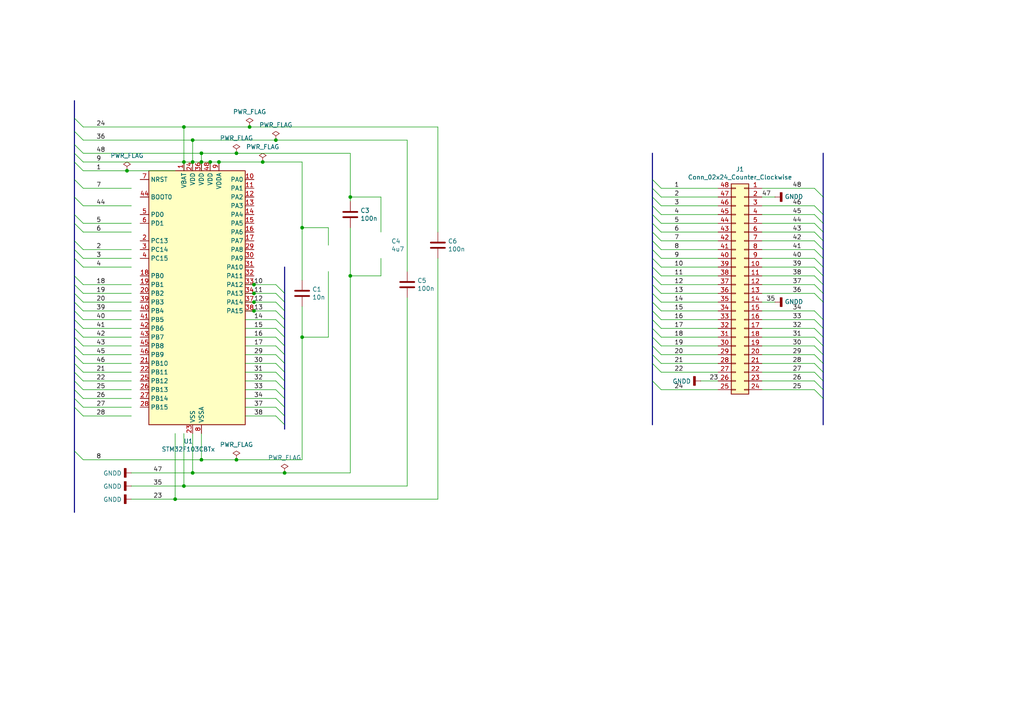
<source format=kicad_sch>
(kicad_sch (version 20231120) (generator "eeschema") (generator_version "8.0")
  (paper "A4")
  (lib_symbols
    (symbol "Connector_Generic:Conn_02x24_Counter_Clockwise" (pin_names (offset 1.016) hide)
      (property "Reference" "J" (at 1.27 30.48 0))
      (property "Value" "Conn_02x24_Counter_Clockwise" (at 1.27 -33.02 0))
      (symbol "Conn_02x24_Counter_Clockwise_1_1"
        (rectangle (start -1.27 -30.353) (end 0 -30.607) (stroke (width 0.1524)))
        (rectangle (start -1.27 -27.813) (end 0 -28.067) (stroke (width 0.1524)))
        (rectangle (start -1.27 -25.273) (end 0 -25.527) (stroke (width 0.1524)))
        (rectangle (start -1.27 -22.733) (end 0 -22.987) (stroke (width 0.1524)))
        (rectangle (start -1.27 -20.193) (end 0 -20.447) (stroke (width 0.1524)))
        (rectangle (start -1.27 -17.653) (end 0 -17.907) (stroke (width 0.1524)))
        (rectangle (start -1.27 -15.113) (end 0 -15.367) (stroke (width 0.1524)))
        (rectangle (start -1.27 -12.573) (end 0 -12.827) (stroke (width 0.1524)))
        (rectangle (start -1.27 -10.033) (end 0 -10.287) (stroke (width 0.1524)))
        (rectangle (start -1.27 -7.493) (end 0 -7.747) (stroke (width 0.1524)))
        (rectangle (start -1.27 -4.953) (end 0 -5.207) (stroke (width 0.1524)))
        (rectangle (start -1.27 -2.413) (end 0 -2.667) (stroke (width 0.1524)))
        (rectangle (start -1.27 0.127) (end 0 -0.127) (stroke (width 0.1524)))
        (rectangle (start -1.27 2.667) (end 0 2.413) (stroke (width 0.1524)))
        (rectangle (start -1.27 5.207) (end 0 4.953) (stroke (width 0.1524)))
        (rectangle (start -1.27 7.747) (end 0 7.493) (stroke (width 0.1524)))
        (rectangle (start -1.27 10.287) (end 0 10.033) (stroke (width 0.1524)))
        (rectangle (start -1.27 12.827) (end 0 12.573) (stroke (width 0.1524)))
        (rectangle (start -1.27 15.367) (end 0 15.113) (stroke (width 0.1524)))
        (rectangle (start -1.27 17.907) (end 0 17.653) (stroke (width 0.1524)))
        (rectangle (start -1.27 20.447) (end 0 20.193) (stroke (width 0.1524)))
        (rectangle (start -1.27 22.987) (end 0 22.733) (stroke (width 0.1524)))
        (rectangle (start -1.27 25.527) (end 0 25.273) (stroke (width 0.1524)))
        (rectangle (start -1.27 28.067) (end 0 27.813) (stroke (width 0.1524)))
        (rectangle (start -1.27 29.21) (end 3.81 -31.75) (stroke (width 0.254)) (fill (type background)))
        (rectangle (start 3.81 -30.353) (end 2.54 -30.607) (stroke (width 0.1524)))
        (rectangle (start 3.81 -27.813) (end 2.54 -28.067) (stroke (width 0.1524)))
        (rectangle (start 3.81 -25.273) (end 2.54 -25.527) (stroke (width 0.1524)))
        (rectangle (start 3.81 -22.733) (end 2.54 -22.987) (stroke (width 0.1524)))
        (rectangle (start 3.81 -20.193) (end 2.54 -20.447) (stroke (width 0.1524)))
        (rectangle (start 3.81 -17.653) (end 2.54 -17.907) (stroke (width 0.1524)))
        (rectangle (start 3.81 -15.113) (end 2.54 -15.367) (stroke (width 0.1524)))
        (rectangle (start 3.81 -12.573) (end 2.54 -12.827) (stroke (width 0.1524)))
        (rectangle (start 3.81 -10.033) (end 2.54 -10.287) (stroke (width 0.1524)))
        (rectangle (start 3.81 -7.493) (end 2.54 -7.747) (stroke (width 0.1524)))
        (rectangle (start 3.81 -4.953) (end 2.54 -5.207) (stroke (width 0.1524)))
        (rectangle (start 3.81 -2.413) (end 2.54 -2.667) (stroke (width 0.1524)))
        (rectangle (start 3.81 0.127) (end 2.54 -0.127) (stroke (width 0.1524)))
        (rectangle (start 3.81 2.667) (end 2.54 2.413) (stroke (width 0.1524)))
        (rectangle (start 3.81 5.207) (end 2.54 4.953) (stroke (width 0.1524)))
        (rectangle (start 3.81 7.747) (end 2.54 7.493) (stroke (width 0.1524)))
        (rectangle (start 3.81 10.287) (end 2.54 10.033) (stroke (width 0.1524)))
        (rectangle (start 3.81 12.827) (end 2.54 12.573) (stroke (width 0.1524)))
        (rectangle (start 3.81 15.367) (end 2.54 15.113) (stroke (width 0.1524)))
        (rectangle (start 3.81 17.907) (end 2.54 17.653) (stroke (width 0.1524)))
        (rectangle (start 3.81 20.447) (end 2.54 20.193) (stroke (width 0.1524)))
        (rectangle (start 3.81 22.987) (end 2.54 22.733) (stroke (width 0.1524)))
        (rectangle (start 3.81 25.527) (end 2.54 25.273) (stroke (width 0.1524)))
        (rectangle (start 3.81 28.067) (end 2.54 27.813) (stroke (width 0.1524)))
        (pin passive line (at -5.08 27.94 0) (length 3.81) (name "Pin_1") (number "1"))
        (pin passive line (at -5.08 5.08 0) (length 3.81) (name "Pin_10") (number "10"))
        (pin passive line (at -5.08 2.54 0) (length 3.81) (name "Pin_11") (number "11"))
        (pin passive line (at -5.08 0 0) (length 3.81) (name "Pin_12") (number "12"))
        (pin passive line (at -5.08 -2.54 0) (length 3.81) (name "Pin_13") (number "13"))
        (pin passive line (at -5.08 -5.08 0) (length 3.81) (name "Pin_14") (number "14"))
        (pin passive line (at -5.08 -7.62 0) (length 3.81) (name "Pin_15") (number "15"))
        (pin passive line (at -5.08 -10.16 0) (length 3.81) (name "Pin_16") (number "16"))
        (pin passive line (at -5.08 -12.7 0) (length 3.81) (name "Pin_17") (number "17"))
        (pin passive line (at -5.08 -15.24 0) (length 3.81) (name "Pin_18") (number "18"))
        (pin passive line (at -5.08 -17.78 0) (length 3.81) (name "Pin_19") (number "19"))
        (pin passive line (at -5.08 25.4 0) (length 3.81) (name "Pin_2") (number "2"))
        (pin passive line (at -5.08 -20.32 0) (length 3.81) (name "Pin_20") (number "20"))
        (pin passive line (at -5.08 -22.86 0) (length 3.81) (name "Pin_21") (number "21"))
        (pin passive line (at -5.08 -25.4 0) (length 3.81) (name "Pin_22") (number "22"))
        (pin passive line (at -5.08 -27.94 0) (length 3.81) (name "Pin_23") (number "23"))
        (pin passive line (at -5.08 -30.48 0) (length 3.81) (name "Pin_24") (number "24"))
        (pin passive line (at 7.62 -30.48 180) (length 3.81) (name "Pin_25") (number "25"))
        (pin passive line (at 7.62 -27.94 180) (length 3.81) (name "Pin_26") (number "26"))
        (pin passive line (at 7.62 -25.4 180) (length 3.81) (name "Pin_27") (number "27"))
        (pin passive line (at 7.62 -22.86 180) (length 3.81) (name "Pin_28") (number "28"))
        (pin passive line (at 7.62 -20.32 180) (length 3.81) (name "Pin_29") (number "29"))
        (pin passive line (at -5.08 22.86 0) (length 3.81) (name "Pin_3") (number "3"))
        (pin passive line (at 7.62 -17.78 180) (length 3.81) (name "Pin_30") (number "30"))
        (pin passive line (at 7.62 -15.24 180) (length 3.81) (name "Pin_31") (number "31"))
        (pin passive line (at 7.62 -12.7 180) (length 3.81) (name "Pin_32") (number "32"))
        (pin passive line (at 7.62 -10.16 180) (length 3.81) (name "Pin_33") (number "33"))
        (pin passive line (at 7.62 -7.62 180) (length 3.81) (name "Pin_34") (number "34"))
        (pin passive line (at 7.62 -5.08 180) (length 3.81) (name "Pin_35") (number "35"))
        (pin passive line (at 7.62 -2.54 180) (length 3.81) (name "Pin_36") (number "36"))
        (pin passive line (at 7.62 0 180) (length 3.81) (name "Pin_37") (number "37"))
        (pin passive line (at 7.62 2.54 180) (length 3.81) (name "Pin_38") (number "38"))
        (pin passive line (at 7.62 5.08 180) (length 3.81) (name "Pin_39") (number "39"))
        (pin passive line (at -5.08 20.32 0) (length 3.81) (name "Pin_4") (number "4"))
        (pin passive line (at 7.62 7.62 180) (length 3.81) (name "Pin_40") (number "40"))
        (pin passive line (at 7.62 10.16 180) (length 3.81) (name "Pin_41") (number "41"))
        (pin passive line (at 7.62 12.7 180) (length 3.81) (name "Pin_42") (number "42"))
        (pin passive line (at 7.62 15.24 180) (length 3.81) (name "Pin_43") (number "43"))
        (pin passive line (at 7.62 17.78 180) (length 3.81) (name "Pin_44") (number "44"))
        (pin passive line (at 7.62 20.32 180) (length 3.81) (name "Pin_45") (number "45"))
        (pin passive line (at 7.62 22.86 180) (length 3.81) (name "Pin_46") (number "46"))
        (pin passive line (at 7.62 25.4 180) (length 3.81) (name "Pin_47") (number "47"))
        (pin passive line (at 7.62 27.94 180) (length 3.81) (name "Pin_48") (number "48"))
        (pin passive line (at -5.08 17.78 0) (length 3.81) (name "Pin_5") (number "5"))
        (pin passive line (at -5.08 15.24 0) (length 3.81) (name "Pin_6") (number "6"))
        (pin passive line (at -5.08 12.7 0) (length 3.81) (name "Pin_7") (number "7"))
        (pin passive line (at -5.08 10.16 0) (length 3.81) (name "Pin_8") (number "8"))
        (pin passive line (at -5.08 7.62 0) (length 3.81) (name "Pin_9") (number "9"))
      )
    )
    (symbol "Device:C" (pin_numbers hide) (pin_names (offset 0.254))
      (property "Reference" "C" (at 0.635 2.54 0))
      (property "Value" "C" (at 0.635 -2.54 0))
      (symbol "C_0_1"
        (polyline (pts (xy -2.032 -0.762) (xy 2.032 -0.762)) (stroke (width 0.508)))
        (polyline (pts (xy -2.032 0.762) (xy 2.032 0.762)) (stroke (width 0.508)))
      )
      (symbol "C_1_1"
        (pin passive line (at 0 3.81 270) (length 2.794) (name "~") (number "1"))
        (pin passive line (at 0 -3.81 90) (length 2.794) (name "~") (number "2"))
      )
    )
    (symbol "MCU_ST_STM32F1:STM32F103CBTx"
      (property "Reference" "U" (at -12.7 39.37 0))
      (property "Value" "STM32F103CBTx" (at 10.16 39.37 0))
      (symbol "STM32F103CBTx_0_1"
        (rectangle (start -12.7 -35.56) (end 15.24 38.1) (stroke (width 0.254)) (fill (type background)))
      )
      (symbol "STM32F103CBTx_1_1"
        (pin power_in line (at -2.54 40.64 270) (length 2.54) (name "VBAT") (number "1"))
        (pin bidirectional line (at 17.78 35.56 180) (length 2.54) (name "PA0") (number "10"))
        (pin bidirectional line (at 17.78 33.02 180) (length 2.54) (name "PA1") (number "11"))
        (pin bidirectional line (at 17.78 30.48 180) (length 2.54) (name "PA2") (number "12"))
        (pin bidirectional line (at 17.78 27.94 180) (length 2.54) (name "PA3") (number "13"))
        (pin bidirectional line (at 17.78 25.4 180) (length 2.54) (name "PA4") (number "14"))
        (pin bidirectional line (at 17.78 22.86 180) (length 2.54) (name "PA5") (number "15"))
        (pin bidirectional line (at 17.78 20.32 180) (length 2.54) (name "PA6") (number "16"))
        (pin bidirectional line (at 17.78 17.78 180) (length 2.54) (name "PA7") (number "17"))
        (pin bidirectional line (at -15.24 7.62 0) (length 2.54) (name "PB0") (number "18"))
        (pin bidirectional line (at -15.24 5.08 0) (length 2.54) (name "PB1") (number "19"))
        (pin bidirectional line (at -15.24 17.78 0) (length 2.54) (name "PC13") (number "2"))
        (pin bidirectional line (at -15.24 2.54 0) (length 2.54) (name "PB2") (number "20"))
        (pin bidirectional line (at -15.24 -17.78 0) (length 2.54) (name "PB10") (number "21"))
        (pin bidirectional line (at -15.24 -20.32 0) (length 2.54) (name "PB11") (number "22"))
        (pin power_in line (at 0 -38.1 90) (length 2.54) (name "VSS") (number "23"))
        (pin power_in line (at 0 40.64 270) (length 2.54) (name "VDD") (number "24"))
        (pin bidirectional line (at -15.24 -22.86 0) (length 2.54) (name "PB12") (number "25"))
        (pin bidirectional line (at -15.24 -25.4 0) (length 2.54) (name "PB13") (number "26"))
        (pin bidirectional line (at -15.24 -27.94 0) (length 2.54) (name "PB14") (number "27"))
        (pin bidirectional line (at -15.24 -30.48 0) (length 2.54) (name "PB15") (number "28"))
        (pin bidirectional line (at 17.78 15.24 180) (length 2.54) (name "PA8") (number "29"))
        (pin bidirectional line (at -15.24 15.24 0) (length 2.54) (name "PC14") (number "3"))
        (pin bidirectional line (at 17.78 12.7 180) (length 2.54) (name "PA9") (number "30"))
        (pin bidirectional line (at 17.78 10.16 180) (length 2.54) (name "PA10") (number "31"))
        (pin bidirectional line (at 17.78 7.62 180) (length 2.54) (name "PA11") (number "32"))
        (pin bidirectional line (at 17.78 5.08 180) (length 2.54) (name "PA12") (number "33"))
        (pin bidirectional line (at 17.78 2.54 180) (length 2.54) (name "PA13") (number "34"))
        (pin passive line (at 0 -38.1 90) (length 2.54) hide (name "VSS") (number "35"))
        (pin power_in line (at 2.54 40.64 270) (length 2.54) (name "VDD") (number "36"))
        (pin bidirectional line (at 17.78 0 180) (length 2.54) (name "PA14") (number "37"))
        (pin bidirectional line (at 17.78 -2.54 180) (length 2.54) (name "PA15") (number "38"))
        (pin bidirectional line (at -15.24 0 0) (length 2.54) (name "PB3") (number "39"))
        (pin bidirectional line (at -15.24 12.7 0) (length 2.54) (name "PC15") (number "4"))
        (pin bidirectional line (at -15.24 -2.54 0) (length 2.54) (name "PB4") (number "40"))
        (pin bidirectional line (at -15.24 -5.08 0) (length 2.54) (name "PB5") (number "41"))
        (pin bidirectional line (at -15.24 -7.62 0) (length 2.54) (name "PB6") (number "42"))
        (pin bidirectional line (at -15.24 -10.16 0) (length 2.54) (name "PB7") (number "43"))
        (pin input line (at -15.24 30.48 0) (length 2.54) (name "BOOT0") (number "44"))
        (pin bidirectional line (at -15.24 -12.7 0) (length 2.54) (name "PB8") (number "45"))
        (pin bidirectional line (at -15.24 -15.24 0) (length 2.54) (name "PB9") (number "46"))
        (pin passive line (at 0 -38.1 90) (length 2.54) hide (name "VSS") (number "47"))
        (pin power_in line (at 5.08 40.64 270) (length 2.54) (name "VDD") (number "48"))
        (pin bidirectional line (at -15.24 25.4 0) (length 2.54) (name "PD0") (number "5"))
        (pin bidirectional line (at -15.24 22.86 0) (length 2.54) (name "PD1") (number "6"))
        (pin input line (at -15.24 35.56 0) (length 2.54) (name "NRST") (number "7"))
        (pin power_in line (at 2.54 -38.1 90) (length 2.54) (name "VSSA") (number "8"))
        (pin power_in line (at 7.62 40.64 270) (length 2.54) (name "VDDA") (number "9"))
      )
    )
    (symbol "power:GNDD" (power) (pin_numbers hide) (pin_names (offset 0) hide)
      (property "Value" "GNDD" (at 0 -3.175 0))
      (symbol "GNDD_0_1"
        (rectangle (start -1.27 -1.524) (end 1.27 -2.032) (stroke (width 0.254)) (fill (type outline)))
        (polyline (pts (xy 0 0) (xy 0 -1.524)))
      )
      (symbol "GNDD_1_1"
        (pin power_in line (at 0 0 270) (length 0) (name "~") (number "1"))
      )
    )
    (symbol "power:PWR_FLAG" (power) (pin_numbers hide) (pin_names (offset 0) hide)
      (property "Value" "PWR_FLAG" (at 0 3.81 0))
      (symbol "PWR_FLAG_0_0"
        (pin power_out line (at 0 0 90) (length 0) (name "~") (number "1"))
      )
      (symbol "PWR_FLAG_0_1"
        (polyline (pts (xy 0 0) (xy 0 1.27) (xy -1.016 1.905) (xy 0 2.54) (xy 1.016 1.905) (xy 0 1.27)))
      )
    )
  )
  (junction (at 60.96 46.99))
  (junction (at 76.2 46.99))
  (junction (at 55.88 46.99))
  (junction (at 68.58 133.35))
  (junction (at 87.63 66.04))
  (junction (at 101.6 80.01))
  (junction (at 82.55 137.16))
  (junction (at 73.66 90.17))
  (junction (at 72.39 36.83))
  (junction (at 58.42 44.45))
  (junction (at 58.42 46.99))
  (junction (at 53.34 36.83))
  (junction (at 63.5 46.99))
  (junction (at 55.88 40.64))
  (junction (at 73.66 85.09))
  (junction (at 73.66 82.55))
  (junction (at 55.88 137.16))
  (junction (at 58.42 133.35))
  (junction (at 53.34 46.99))
  (junction (at 50.8 144.78))
  (junction (at 73.66 87.63))
  (junction (at 68.58 44.45))
  (junction (at 87.63 97.79))
  (junction (at 101.6 57.15))
  (junction (at 80.01 40.64))
  (junction (at 53.34 140.97))
  (junction (at 36.83 49.53))
  (bus_entry (at 80.01 105.41) (size 2.54 2.54))
  (bus_entry (at 21.59 110.49) (size 2.54 2.54))
  (bus_entry (at 80.01 100.33) (size 2.54 2.54))
  (bus_entry (at 236.22 80.01) (size 2.54 2.54))
  (bus_entry (at 189.23 57.15) (size 2.54 2.54))
  (bus_entry (at 236.22 62.23) (size 2.54 2.54))
  (bus_entry (at 21.59 97.79) (size 2.54 2.54))
  (bus_entry (at 236.22 100.33) (size 2.54 2.54))
  (bus_entry (at 189.23 77.47) (size 2.54 2.54))
  (bus_entry (at 21.59 44.45) (size 2.54 2.54))
  (bus_entry (at 80.01 85.09) (size 2.54 2.54))
  (bus_entry (at 21.59 92.71) (size 2.54 2.54))
  (bus_entry (at 189.23 92.71) (size 2.54 2.54))
  (bus_entry (at 21.59 57.15) (size 2.54 2.54))
  (bus_entry (at 21.59 87.63) (size 2.54 2.54))
  (bus_entry (at 80.01 113.03) (size 2.54 2.54))
  (bus_entry (at 80.01 92.71) (size 2.54 2.54))
  (bus_entry (at 236.22 113.03) (size 2.54 2.54))
  (bus_entry (at 189.23 110.49) (size 2.54 2.54))
  (bus_entry (at 21.59 72.39) (size 2.54 2.54))
  (bus_entry (at 189.23 69.85) (size 2.54 2.54))
  (bus_entry (at 189.23 102.87) (size 2.54 2.54))
  (bus_entry (at 21.59 82.55) (size 2.54 2.54))
  (bus_entry (at 236.22 110.49) (size 2.54 2.54))
  (bus_entry (at 236.22 95.25) (size 2.54 2.54))
  (bus_entry (at 80.01 110.49) (size 2.54 2.54))
  (bus_entry (at 21.59 100.33) (size 2.54 2.54))
  (bus_entry (at 21.59 118.11) (size 2.54 2.54))
  (bus_entry (at 21.59 64.77) (size 2.54 2.54))
  (bus_entry (at 236.22 97.79) (size 2.54 2.54))
  (bus_entry (at 80.01 87.63) (size 2.54 2.54))
  (bus_entry (at 80.01 120.65) (size 2.54 2.54))
  (bus_entry (at 21.59 90.17) (size 2.54 2.54))
  (bus_entry (at 189.23 72.39) (size 2.54 2.54))
  (bus_entry (at 236.22 102.87) (size 2.54 2.54))
  (bus_entry (at 21.59 62.23) (size 2.54 2.54))
  (bus_entry (at 189.23 105.41) (size 2.54 2.54))
  (bus_entry (at 21.59 130.81) (size 2.54 2.54))
  (bus_entry (at 21.59 34.29) (size 2.54 2.54))
  (bus_entry (at 80.01 95.25) (size 2.54 2.54))
  (bus_entry (at 21.59 52.07) (size 2.54 2.54))
  (bus_entry (at 80.01 97.79) (size 2.54 2.54))
  (bus_entry (at 236.22 77.47) (size 2.54 2.54))
  (bus_entry (at 189.23 74.93) (size 2.54 2.54))
  (bus_entry (at 236.22 85.09) (size 2.54 2.54))
  (bus_entry (at 189.23 80.01) (size 2.54 2.54))
  (bus_entry (at 236.22 90.17) (size 2.54 2.54))
  (bus_entry (at 236.22 92.71) (size 2.54 2.54))
  (bus_entry (at 189.23 54.61) (size 2.54 2.54))
  (bus_entry (at 21.59 102.87) (size 2.54 2.54))
  (bus_entry (at 236.22 105.41) (size 2.54 2.54))
  (bus_entry (at 189.23 64.77) (size 2.54 2.54))
  (bus_entry (at 80.01 90.17) (size 2.54 2.54))
  (bus_entry (at 189.23 52.07) (size 2.54 2.54))
  (bus_entry (at 189.23 82.55) (size 2.54 2.54))
  (bus_entry (at 236.22 74.93) (size 2.54 2.54))
  (bus_entry (at 189.23 90.17) (size 2.54 2.54))
  (bus_entry (at 189.23 85.09) (size 2.54 2.54))
  (bus_entry (at 21.59 115.57) (size 2.54 2.54))
  (bus_entry (at 21.59 95.25) (size 2.54 2.54))
  (bus_entry (at 21.59 107.95) (size 2.54 2.54))
  (bus_entry (at 236.22 64.77) (size 2.54 2.54))
  (bus_entry (at 189.23 62.23) (size 2.54 2.54))
  (bus_entry (at 236.22 72.39) (size 2.54 2.54))
  (bus_entry (at 236.22 82.55) (size 2.54 2.54))
  (bus_entry (at 236.22 69.85) (size 2.54 2.54))
  (bus_entry (at 21.59 41.91) (size 2.54 2.54))
  (bus_entry (at 21.59 105.41) (size 2.54 2.54))
  (bus_entry (at 189.23 59.69) (size 2.54 2.54))
  (bus_entry (at 21.59 80.01) (size 2.54 2.54))
  (bus_entry (at 189.23 100.33) (size 2.54 2.54))
  (bus_entry (at 80.01 82.55) (size 2.54 2.54))
  (bus_entry (at 236.22 67.31) (size 2.54 2.54))
  (bus_entry (at 21.59 69.85) (size 2.54 2.54))
  (bus_entry (at 21.59 113.03) (size 2.54 2.54))
  (bus_entry (at 189.23 97.79) (size 2.54 2.54))
  (bus_entry (at 80.01 102.87) (size 2.54 2.54))
  (bus_entry (at 21.59 85.09) (size 2.54 2.54))
  (bus_entry (at 189.23 87.63) (size 2.54 2.54))
  (bus_entry (at 21.59 38.1) (size 2.54 2.54))
  (bus_entry (at 236.22 59.69) (size 2.54 2.54))
  (bus_entry (at 189.23 95.25) (size 2.54 2.54))
  (bus_entry (at 21.59 74.93) (size 2.54 2.54))
  (bus_entry (at 236.22 54.61) (size 2.54 2.54))
  (bus_entry (at 21.59 46.99) (size 2.54 2.54))
  (bus_entry (at 236.22 107.95) (size 2.54 2.54))
  (bus_entry (at 189.23 67.31) (size 2.54 2.54))
  (bus_entry (at 80.01 118.11) (size 2.54 2.54))
  (bus_entry (at 80.01 115.57) (size 2.54 2.54))
  (bus_entry (at 80.01 107.95) (size 2.54 2.54))
  (wire (pts (xy 110.49 74.93) (xy 110.49 80.01)))
  (wire (pts (xy 58.42 46.99) (xy 55.88 46.99)))
  (wire (pts (xy 38.1 144.78) (xy 50.8 144.78)))
  (wire (pts (xy 24.13 82.55) (xy 38.1 82.55)))
  (wire (pts (xy 191.77 87.63) (xy 208.28 87.63)))
  (wire (pts (xy 73.66 87.63) (xy 80.01 87.63)))
  (wire (pts (xy 72.39 36.83) (xy 53.34 36.83)))
  (wire (pts (xy 191.77 105.41) (xy 208.28 105.41)))
  (wire (pts (xy 191.77 67.31) (xy 208.28 67.31)))
  (wire (pts (xy 38.1 64.77) (xy 24.13 64.77)))
  (bus (pts (xy 189.23 59.69) (xy 189.23 62.23)))
  (wire (pts (xy 87.63 66.04) (xy 87.63 81.28)))
  (bus (pts (xy 21.59 102.87) (xy 21.59 105.41)))
  (wire (pts (xy 53.34 140.97) (xy 118.11 140.97)))
  (bus (pts (xy 21.59 95.25) (xy 21.59 97.79)))
  (bus (pts (xy 238.76 102.87) (xy 238.76 105.41)))
  (wire (pts (xy 71.12 107.95) (xy 80.01 107.95)))
  (wire (pts (xy 87.63 97.79) (xy 87.63 133.35)))
  (wire (pts (xy 220.98 90.17) (xy 236.22 90.17)))
  (wire (pts (xy 191.77 95.25) (xy 208.28 95.25)))
  (bus (pts (xy 21.59 85.09) (xy 21.59 87.63)))
  (bus (pts (xy 238.76 69.85) (xy 238.76 72.39)))
  (wire (pts (xy 220.98 64.77) (xy 236.22 64.77)))
  (bus (pts (xy 21.59 90.17) (xy 21.59 92.71)))
  (bus (pts (xy 238.76 113.03) (xy 238.76 115.57)))
  (bus (pts (xy 238.76 44.45) (xy 238.76 57.15)))
  (wire (pts (xy 38.1 140.97) (xy 53.34 140.97)))
  (bus (pts (xy 82.55 102.87) (xy 82.55 105.41)))
  (wire (pts (xy 71.12 113.03) (xy 80.01 113.03)))
  (bus (pts (xy 21.59 113.03) (xy 21.59 115.57)))
  (bus (pts (xy 189.23 69.85) (xy 189.23 72.39)))
  (bus (pts (xy 238.76 87.63) (xy 238.76 92.71)))
  (wire (pts (xy 58.42 133.35) (xy 58.42 125.73)))
  (bus (pts (xy 82.55 113.03) (xy 82.55 115.57)))
  (wire (pts (xy 71.12 85.09) (xy 73.66 85.09)))
  (wire (pts (xy 127 67.31) (xy 127 36.83)))
  (bus (pts (xy 82.55 110.49) (xy 82.55 113.03)))
  (bus (pts (xy 21.59 92.71) (xy 21.59 95.25)))
  (wire (pts (xy 68.58 133.35) (xy 58.42 133.35)))
  (bus (pts (xy 238.76 74.93) (xy 238.76 77.47)))
  (wire (pts (xy 73.66 90.17) (xy 80.01 90.17)))
  (wire (pts (xy 191.77 72.39) (xy 208.28 72.39)))
  (wire (pts (xy 71.12 90.17) (xy 73.66 90.17)))
  (bus (pts (xy 21.59 38.1) (xy 21.59 41.91)))
  (bus (pts (xy 238.76 62.23) (xy 238.76 64.77)))
  (wire (pts (xy 68.58 44.45) (xy 101.6 44.45)))
  (wire (pts (xy 38.1 137.16) (xy 55.88 137.16)))
  (wire (pts (xy 73.66 82.55) (xy 80.01 82.55)))
  (bus (pts (xy 238.76 77.47) (xy 238.76 80.01)))
  (wire (pts (xy 191.77 80.01) (xy 208.28 80.01)))
  (wire (pts (xy 24.13 105.41) (xy 38.1 105.41)))
  (wire (pts (xy 55.88 40.64) (xy 24.13 40.64)))
  (bus (pts (xy 21.59 34.29) (xy 21.59 38.1)))
  (bus (pts (xy 238.76 107.95) (xy 238.76 110.49)))
  (wire (pts (xy 71.12 110.49) (xy 80.01 110.49)))
  (wire (pts (xy 73.66 85.09) (xy 80.01 85.09)))
  (bus (pts (xy 21.59 44.45) (xy 21.59 46.99)))
  (bus (pts (xy 82.55 97.79) (xy 82.55 100.33)))
  (bus (pts (xy 189.23 67.31) (xy 189.23 69.85)))
  (wire (pts (xy 71.12 87.63) (xy 73.66 87.63)))
  (bus (pts (xy 238.76 105.41) (xy 238.76 107.95)))
  (wire (pts (xy 24.13 118.11) (xy 38.1 118.11)))
  (wire (pts (xy 191.77 90.17) (xy 208.28 90.17)))
  (wire (pts (xy 95.25 78.74) (xy 95.25 97.79)))
  (bus (pts (xy 189.23 92.71) (xy 189.23 95.25)))
  (wire (pts (xy 101.6 44.45) (xy 101.6 57.15)))
  (wire (pts (xy 127 36.83) (xy 72.39 36.83)))
  (bus (pts (xy 21.59 29.21) (xy 21.59 34.29)))
  (bus (pts (xy 82.55 77.47) (xy 82.55 85.09)))
  (wire (pts (xy 191.77 102.87) (xy 208.28 102.87)))
  (wire (pts (xy 87.63 46.99) (xy 76.2 46.99)))
  (wire (pts (xy 38.1 72.39) (xy 24.13 72.39)))
  (wire (pts (xy 203.2 110.49) (xy 208.28 110.49)))
  (bus (pts (xy 189.23 105.41) (xy 189.23 110.49)))
  (wire (pts (xy 220.98 107.95) (xy 236.22 107.95)))
  (wire (pts (xy 58.42 46.99) (xy 58.42 44.45)))
  (wire (pts (xy 38.1 85.09) (xy 24.13 85.09)))
  (wire (pts (xy 110.49 57.15) (xy 101.6 57.15)))
  (wire (pts (xy 71.12 95.25) (xy 80.01 95.25)))
  (bus (pts (xy 21.59 130.81) (xy 21.59 148.59)))
  (wire (pts (xy 220.98 110.49) (xy 236.22 110.49)))
  (wire (pts (xy 55.88 49.53) (xy 55.88 46.99)))
  (wire (pts (xy 53.34 36.83) (xy 53.34 46.99)))
  (bus (pts (xy 238.76 57.15) (xy 238.76 62.23)))
  (wire (pts (xy 50.8 144.78) (xy 50.8 125.73)))
  (wire (pts (xy 36.83 49.53) (xy 24.13 49.53)))
  (wire (pts (xy 24.13 115.57) (xy 38.1 115.57)))
  (wire (pts (xy 101.6 80.01) (xy 101.6 137.16)))
  (bus (pts (xy 21.59 41.91) (xy 21.59 44.45)))
  (bus (pts (xy 189.23 100.33) (xy 189.23 102.87)))
  (wire (pts (xy 71.12 97.79) (xy 80.01 97.79)))
  (wire (pts (xy 58.42 49.53) (xy 58.42 46.99)))
  (wire (pts (xy 220.98 69.85) (xy 236.22 69.85)))
  (wire (pts (xy 220.98 102.87) (xy 236.22 102.87)))
  (wire (pts (xy 101.6 57.15) (xy 101.6 58.42)))
  (wire (pts (xy 191.77 62.23) (xy 208.28 62.23)))
  (wire (pts (xy 191.77 92.71) (xy 208.28 92.71)))
  (wire (pts (xy 220.98 82.55) (xy 236.22 82.55)))
  (wire (pts (xy 24.13 100.33) (xy 38.1 100.33)))
  (wire (pts (xy 24.13 59.69) (xy 38.1 59.69)))
  (bus (pts (xy 238.76 100.33) (xy 238.76 102.87)))
  (wire (pts (xy 220.98 67.31) (xy 236.22 67.31)))
  (bus (pts (xy 21.59 72.39) (xy 21.59 74.93)))
  (wire (pts (xy 71.12 82.55) (xy 73.66 82.55)))
  (wire (pts (xy 87.63 46.99) (xy 87.63 66.04)))
  (bus (pts (xy 189.23 85.09) (xy 189.23 87.63)))
  (wire (pts (xy 53.34 140.97) (xy 53.34 125.73)))
  (wire (pts (xy 58.42 44.45) (xy 68.58 44.45)))
  (wire (pts (xy 50.8 144.78) (xy 127 144.78)))
  (bus (pts (xy 82.55 123.19) (xy 82.55 124.46)))
  (bus (pts (xy 189.23 64.77) (xy 189.23 67.31)))
  (wire (pts (xy 220.98 62.23) (xy 236.22 62.23)))
  (wire (pts (xy 220.98 95.25) (xy 236.22 95.25)))
  (wire (pts (xy 24.13 107.95) (xy 38.1 107.95)))
  (wire (pts (xy 220.98 59.69) (xy 236.22 59.69)))
  (wire (pts (xy 220.98 92.71) (xy 236.22 92.71)))
  (bus (pts (xy 21.59 80.01) (xy 21.59 82.55)))
  (wire (pts (xy 71.12 118.11) (xy 80.01 118.11)))
  (wire (pts (xy 220.98 74.93) (xy 236.22 74.93)))
  (wire (pts (xy 50.8 49.53) (xy 36.83 49.53)))
  (wire (pts (xy 101.6 137.16) (xy 82.55 137.16)))
  (wire (pts (xy 220.98 54.61) (xy 236.22 54.61)))
  (wire (pts (xy 71.12 105.41) (xy 80.01 105.41)))
  (bus (pts (xy 189.23 80.01) (xy 189.23 82.55)))
  (wire (pts (xy 24.13 102.87) (xy 38.1 102.87)))
  (wire (pts (xy 53.34 36.83) (xy 24.13 36.83)))
  (wire (pts (xy 24.13 92.71) (xy 38.1 92.71)))
  (wire (pts (xy 191.77 59.69) (xy 208.28 59.69)))
  (bus (pts (xy 82.55 105.41) (xy 82.55 107.95)))
  (wire (pts (xy 220.98 72.39) (xy 236.22 72.39)))
  (wire (pts (xy 71.12 92.71) (xy 80.01 92.71)))
  (bus (pts (xy 21.59 46.99) (xy 21.59 52.07)))
  (wire (pts (xy 95.25 66.04) (xy 87.63 66.04)))
  (wire (pts (xy 24.13 74.93) (xy 38.1 74.93)))
  (wire (pts (xy 24.13 67.31) (xy 38.1 67.31)))
  (wire (pts (xy 60.96 46.99) (xy 60.96 49.53)))
  (bus (pts (xy 21.59 74.93) (xy 21.59 80.01)))
  (wire (pts (xy 38.1 90.17) (xy 24.13 90.17)))
  (wire (pts (xy 53.34 46.99) (xy 53.34 49.53)))
  (wire (pts (xy 220.98 77.47) (xy 236.22 77.47)))
  (wire (pts (xy 60.96 46.99) (xy 58.42 46.99)))
  (wire (pts (xy 87.63 133.35) (xy 68.58 133.35)))
  (wire (pts (xy 24.13 97.79) (xy 38.1 97.79)))
  (bus (pts (xy 21.59 105.41) (xy 21.59 107.95)))
  (wire (pts (xy 220.98 105.41) (xy 236.22 105.41)))
  (wire (pts (xy 191.77 107.95) (xy 208.28 107.95)))
  (wire (pts (xy 24.13 54.61) (xy 38.1 54.61)))
  (wire (pts (xy 38.1 77.47) (xy 24.13 77.47)))
  (wire (pts (xy 220.98 100.33) (xy 236.22 100.33)))
  (bus (pts (xy 189.23 62.23) (xy 189.23 64.77)))
  (wire (pts (xy 118.11 86.36) (xy 118.11 140.97)))
  (wire (pts (xy 71.12 120.65) (xy 80.01 120.65)))
  (bus (pts (xy 238.76 82.55) (xy 238.76 85.09)))
  (wire (pts (xy 53.34 46.99) (xy 24.13 46.99)))
  (bus (pts (xy 189.23 90.17) (xy 189.23 92.71)))
  (wire (pts (xy 191.77 97.79) (xy 208.28 97.79)))
  (bus (pts (xy 238.76 110.49) (xy 238.76 113.03)))
  (wire (pts (xy 71.12 115.57) (xy 80.01 115.57)))
  (bus (pts (xy 21.59 64.77) (xy 21.59 69.85)))
  (wire (pts (xy 38.1 95.25) (xy 24.13 95.25)))
  (bus (pts (xy 82.55 115.57) (xy 82.55 118.11)))
  (bus (pts (xy 82.55 100.33) (xy 82.55 102.87)))
  (wire (pts (xy 101.6 66.04) (xy 101.6 80.01)))
  (wire (pts (xy 220.98 85.09) (xy 236.22 85.09)))
  (wire (pts (xy 191.77 57.15) (xy 208.28 57.15)))
  (bus (pts (xy 82.55 92.71) (xy 82.55 95.25)))
  (bus (pts (xy 189.23 44.45) (xy 189.23 52.07)))
  (wire (pts (xy 24.13 113.03) (xy 38.1 113.03)))
  (wire (pts (xy 80.01 40.64) (xy 118.11 40.64)))
  (bus (pts (xy 82.55 90.17) (xy 82.55 92.71)))
  (wire (pts (xy 118.11 40.64) (xy 118.11 78.74)))
  (wire (pts (xy 58.42 133.35) (xy 24.13 133.35)))
  (bus (pts (xy 21.59 62.23) (xy 21.59 64.77)))
  (bus (pts (xy 238.76 85.09) (xy 238.76 87.63)))
  (bus (pts (xy 21.59 107.95) (xy 21.59 110.49)))
  (bus (pts (xy 189.23 57.15) (xy 189.23 59.69)))
  (bus (pts (xy 189.23 54.61) (xy 189.23 57.15)))
  (wire (pts (xy 55.88 40.64) (xy 80.01 40.64)))
  (bus (pts (xy 21.59 110.49) (xy 21.59 113.03)))
  (bus (pts (xy 189.23 97.79) (xy 189.23 100.33)))
  (bus (pts (xy 189.23 87.63) (xy 189.23 90.17)))
  (bus (pts (xy 189.23 82.55) (xy 189.23 85.09)))
  (wire (pts (xy 55.88 137.16) (xy 55.88 125.73)))
  (wire (pts (xy 24.13 110.49) (xy 38.1 110.49)))
  (bus (pts (xy 189.23 102.87) (xy 189.23 105.41)))
  (bus (pts (xy 82.55 118.11) (xy 82.55 120.65)))
  (bus (pts (xy 82.55 85.09) (xy 82.55 87.63)))
  (wire (pts (xy 191.77 113.03) (xy 208.28 113.03)))
  (bus (pts (xy 82.55 95.25) (xy 82.55 97.79)))
  (wire (pts (xy 110.49 80.01) (xy 101.6 80.01)))
  (bus (pts (xy 189.23 74.93) (xy 189.23 77.47)))
  (bus (pts (xy 21.59 69.85) (xy 21.59 72.39)))
  (bus (pts (xy 238.76 115.57) (xy 238.76 123.19)))
  (bus (pts (xy 21.59 118.11) (xy 21.59 130.81)))
  (wire (pts (xy 127 74.93) (xy 127 144.78)))
  (wire (pts (xy 191.77 54.61) (xy 208.28 54.61)))
  (bus (pts (xy 238.76 64.77) (xy 238.76 67.31)))
  (bus (pts (xy 82.55 107.95) (xy 82.55 110.49)))
  (wire (pts (xy 110.49 67.31) (xy 110.49 57.15)))
  (wire (pts (xy 220.98 113.03) (xy 236.22 113.03)))
  (bus (pts (xy 82.55 120.65) (xy 82.55 123.19)))
  (wire (pts (xy 95.25 71.12) (xy 95.25 66.04)))
  (bus (pts (xy 21.59 52.07) (xy 21.59 57.15)))
  (wire (pts (xy 95.25 97.79) (xy 87.63 97.79)))
  (wire (pts (xy 55.88 46.99) (xy 53.34 46.99)))
  (wire (pts (xy 191.77 82.55) (xy 208.28 82.55)))
  (bus (pts (xy 21.59 100.33) (xy 21.59 102.87)))
  (bus (pts (xy 21.59 82.55) (xy 21.59 85.09)))
  (bus (pts (xy 238.76 67.31) (xy 238.76 69.85)))
  (wire (pts (xy 220.98 57.15) (xy 224.79 57.15)))
  (wire (pts (xy 191.77 85.09) (xy 208.28 85.09)))
  (bus (pts (xy 21.59 97.79) (xy 21.59 100.33)))
  (wire (pts (xy 191.77 77.47) (xy 208.28 77.47)))
  (bus (pts (xy 238.76 72.39) (xy 238.76 74.93)))
  (bus (pts (xy 238.76 95.25) (xy 238.76 97.79)))
  (wire (pts (xy 63.5 46.99) (xy 60.96 46.99)))
  (wire (pts (xy 24.13 120.65) (xy 38.1 120.65)))
  (wire (pts (xy 220.98 80.01) (xy 236.22 80.01)))
  (wire (pts (xy 87.63 88.9) (xy 87.63 97.79)))
  (bus (pts (xy 189.23 72.39) (xy 189.23 74.93)))
  (bus (pts (xy 21.59 57.15) (xy 21.59 62.23)))
  (wire (pts (xy 191.77 64.77) (xy 208.28 64.77)))
  (wire (pts (xy 55.88 137.16) (xy 82.55 137.16)))
  (wire (pts (xy 76.2 46.99) (xy 63.5 46.99)))
  (wire (pts (xy 191.77 100.33) (xy 208.28 100.33)))
  (wire (pts (xy 58.42 44.45) (xy 24.13 44.45)))
  (bus (pts (xy 238.76 80.01) (xy 238.76 82.55)))
  (bus (pts (xy 21.59 115.57) (xy 21.59 118.11)))
  (bus (pts (xy 82.55 87.63) (xy 82.55 90.17)))
  (wire (pts (xy 191.77 74.93) (xy 208.28 74.93)))
  (wire (pts (xy 71.12 100.33) (xy 80.01 100.33)))
  (bus (pts (xy 238.76 97.79) (xy 238.76 100.33)))
  (bus (pts (xy 21.59 87.63) (xy 21.59 90.17)))
  (wire (pts (xy 191.77 69.85) (xy 208.28 69.85)))
  (bus (pts (xy 189.23 77.47) (xy 189.23 80.01)))
  (bus (pts (xy 189.23 95.25) (xy 189.23 97.79)))
  (bus (pts (xy 189.23 52.07) (xy 189.23 54.61)))
  (wire (pts (xy 220.98 87.63) (xy 224.79 87.63)))
  (bus (pts (xy 189.23 110.49) (xy 189.23 123.19)))
  (wire (pts (xy 24.13 87.63) (xy 38.1 87.63)))
  (bus (pts (xy 238.76 92.71) (xy 238.76 95.25)))
  (wire (pts (xy 220.98 97.79) (xy 236.22 97.79)))
  (wire (pts (xy 55.88 46.99) (xy 55.88 40.64)))
  (wire (pts (xy 71.12 102.87) (xy 80.01 102.87)))
  (label "16" (at 73.66 97.79 0))
  (label "19" (at 27.94 85.09 0))
  (label "25" (at 27.94 113.03 0))
  (label "45" (at 229.87 62.23 0))
  (label "37" (at 229.87 82.55 0))
  (label "44" (at 27.94 59.69 0))
  (label "36" (at 27.94 40.64 0))
  (label "33" (at 73.66 113.03 0))
  (label "47" (at 220.98 57.15 0))
  (label "8" (at 195.58 72.39 0))
  (label "5" (at 195.58 64.77 0))
  (label "14" (at 73.66 92.71 0))
  (label "17" (at 195.58 95.25 0))
  (label "13" (at 195.58 85.09 0))
  (label "18" (at 195.58 97.79 0))
  (label "27" (at 27.94 118.11 0))
  (label "42" (at 27.94 97.79 0))
  (label "24" (at 27.94 36.83 0))
  (label "39" (at 229.87 77.47 0))
  (label "6" (at 27.94 67.31 0))
  (label "32" (at 229.87 95.25 0))
  (label "34" (at 229.87 90.17 0))
  (label "15" (at 73.66 95.25 0))
  (label "43" (at 27.94 100.33 0))
  (label "9" (at 27.94 46.99 0))
  (label "17" (at 73.66 100.33 0))
  (label "11" (at 195.58 80.01 0))
  (label "27" (at 229.87 107.95 0))
  (label "41" (at 229.87 72.39 0))
  (label "20" (at 195.58 102.87 0))
  (label "23" (at 205.74 110.49 0))
  (label "3" (at 27.94 74.93 0))
  (label "41" (at 27.94 95.25 0))
  (label "5" (at 27.94 64.77 0))
  (label "30" (at 229.87 100.33 0))
  (label "38" (at 73.66 120.65 0))
  (label "1" (at 195.58 54.61 0))
  (label "32" (at 73.66 110.49 0))
  (label "6" (at 195.58 67.31 0))
  (label "28" (at 27.94 120.65 0))
  (label "7" (at 27.94 54.61 0))
  (label "31" (at 229.87 97.79 0))
  (label "2" (at 27.94 72.39 0))
  (label "43" (at 229.87 67.31 0))
  (label "42" (at 229.87 69.85 0))
  (label "39" (at 27.94 90.17 0))
  (label "14" (at 195.58 87.63 0))
  (label "46" (at 229.87 59.69 0))
  (label "47" (at 44.45 137.16 0))
  (label "13" (at 73.66 90.17 0))
  (label "4" (at 27.94 77.47 0))
  (label "48" (at 229.87 54.61 0))
  (label "3" (at 195.58 59.69 0))
  (label "31" (at 73.66 107.95 0))
  (label "29" (at 73.66 102.87 0))
  (label "12" (at 73.66 87.63 0))
  (label "40" (at 229.87 74.93 0))
  (label "22" (at 27.94 110.49 0))
  (label "30" (at 73.66 105.41 0))
  (label "34" (at 73.66 115.57 0))
  (label "26" (at 229.87 110.49 0))
  (label "18" (at 27.94 82.55 0))
  (label "19" (at 195.58 100.33 0))
  (label "12" (at 195.58 82.55 0))
  (label "48" (at 27.94 44.45 0))
  (label "29" (at 229.87 102.87 0))
  (label "1" (at 27.94 49.53 0))
  (label "15" (at 195.58 90.17 0))
  (label "4" (at 195.58 62.23 0))
  (label "37" (at 73.66 118.11 0))
  (label "33" (at 229.87 92.71 0))
  (label "25" (at 229.87 113.03 0))
  (label "38" (at 229.87 80.01 0))
  (label "44" (at 229.87 64.77 0))
  (label "24" (at 195.58 113.03 0))
  (label "21" (at 27.94 107.95 0))
  (label "26" (at 27.94 115.57 0))
  (label "2" (at 195.58 57.15 0))
  (label "10" (at 73.66 82.55 0))
  (label "8" (at 27.94 133.35 0))
  (label "21" (at 195.58 105.41 0))
  (label "36" (at 229.87 85.09 0))
  (label "40" (at 27.94 92.71 0))
  (label "11" (at 73.66 85.09 0))
  (label "45" (at 27.94 102.87 0))
  (label "16" (at 195.58 92.71 0))
  (label "20" (at 27.94 87.63 0))
  (label "23" (at 44.45 144.78 0))
  (label "7" (at 195.58 69.85 0))
  (label "22" (at 195.58 107.95 0))
  (label "10" (at 195.58 77.47 0))
  (label "35" (at 44.45 140.97 0))
  (label "46" (at 27.94 105.41 0))
  (label "28" (at 229.87 105.41 0))
  (label "35" (at 222.25 87.63 0))
  (label "9" (at 195.58 74.93 0))
  (symbol (lib_id "MCU_ST_STM32F1:STM32F103CBTx") (at 55.88 87.63 0) (unit 1)
    (property "Reference" "U1" (at 54.61 127.9906 0))
    (property "Value" "STM32F103CBTx" (at 54.61 130.302 0))
    (property "Footprint" "Package_QFP:LQFP-48_7x7mm_P0.5mm" (effects (hide yes)))
    (property "Datasheet" "http://www.st.com/st-web-ui/static/active/en/resource/technical/document/datasheet/CD00161566.pdf" (effects (hide yes)))
  )
  (symbol (lib_id "Device:C") (at 87.63 85.09 0) (unit 1)
    (property "Reference" "C1" (at 90.551 83.9216 0) (effects (justify left)))
    (property "Value" "10n" (at 90.551 86.233 0) (effects (justify left)))
    (property "Footprint" "Capacitor_SMD:C_0402_1005Metric" (effects (hide yes)))
  )
  (symbol (lib_id "Device:CP") (at 95.25 74.93 0) (unit 1)
    (property "Reference" "C2" (at 98.2472 73.7616 0) (effects (justify left)))
    (property "Value" "1u" (at 98.2472 76.073 0) (effects (justify left)))
    (property "Footprint" "Capacitor_SMD:C_0402_1005Metric" (effects (hide yes)))
  )
  (symbol (lib_id "Device:C") (at 101.6 62.23 0) (unit 1)
    (property "Reference" "C3" (at 104.521 61.0616 0) (effects (justify left)))
    (property "Value" "100n" (at 104.521 63.373 0) (effects (justify left)))
    (property "Footprint" "Capacitor_SMD:C_0402_1005Metric" (effects (hide yes)))
  )
  (symbol (lib_id "Device:CP") (at 110.49 71.12 0) (unit 1)
    (property "Reference" "C4" (at 113.4872 69.9516 0) (effects (justify left)))
    (property "Value" "4u7" (at 113.4872 72.263 0) (effects (justify left)))
    (property "Footprint" "Capacitor_SMD:C_0402_1005Metric" (effects (hide yes)))
  )
  (symbol (lib_id "Device:C") (at 118.11 82.55 0) (unit 1)
    (property "Reference" "C5" (at 121.031 81.3816 0) (effects (justify left)))
    (property "Value" "100n" (at 121.031 83.693 0) (effects (justify left)))
    (property "Footprint" "Capacitor_SMD:C_0402_1005Metric" (effects (hide yes)))
  )
  (symbol (lib_id "Device:C") (at 127 71.12 0) (unit 1)
    (property "Reference" "C6" (at 129.921 69.9516 0) (effects (justify left)))
    (property "Value" "100n" (at 129.921 72.263 0) (effects (justify left)))
    (property "Footprint" "Capacitor_SMD:C_0402_1005Metric" (effects (hide yes)))
  )
  (symbol (lib_id "power:GNDD") (at 38.1 137.16 270) (unit 1)
    (property "Reference" "#PWR0101" (effects (hide yes)))
    (property "Value" "GNDD" (at 35.306 137.2616 90) (effects (justify right)))
  )
  (symbol (lib_id "power:GNDD") (at 38.1 140.97 270) (unit 1)
    (property "Reference" "#PWR0102" (effects (hide yes)))
    (property "Value" "GNDD" (at 35.306 141.0716 90) (effects (justify right)))
  )
  (symbol (lib_id "power:GNDD") (at 38.1 144.78 270) (unit 1)
    (property "Reference" "#PWR0103" (effects (hide yes)))
    (property "Value" "GNDD" (at 35.306 144.8816 90) (effects (justify right)))
  )
  (symbol (lib_id "Connector_Generic:Conn_02x24_Counter_Clockwise") (at 215.9 82.55 0) (mirror y) (unit 1)
    (property "Reference" "J1" (at 214.63 49.0982 0))
    (property "Value" "Conn_02x24_Counter_Clockwise" (at 214.63 51.4096 0))
    (property "Footprint" "Package_DIP:DIP-48_W15.24mm_LongPads" (effects (hide yes)))
  )
  (symbol (lib_id "power:GNDD") (at 224.79 57.15 90) (unit 1)
    (property "Reference" "#PWR0104" (effects (hide yes)))
    (property "Value" "GNDD" (at 227.584 57.0484 90) (effects (justify right)))
  )
  (symbol (lib_id "power:GNDD") (at 224.79 87.63 90) (unit 1)
    (property "Reference" "#PWR0105" (effects (hide yes)))
    (property "Value" "GNDD" (at 227.584 87.5284 90) (effects (justify right)))
  )
  (symbol (lib_id "power:GNDD") (at 203.2 110.49 270) (unit 1)
    (property "Reference" "#PWR0106" (effects (hide yes)))
    (property "Value" "GNDD" (at 200.406 110.5916 90) (effects (justify right)))
  )
  (symbol (lib_id "power:PWR_FLAG") (at 72.39 36.83 0) (unit 1)
    (property "Reference" "#FLG0101" (effects (hide yes)))
    (property "Value" "PWR_FLAG" (at 72.39 32.4358 0))
  )
  (symbol (lib_id "power:PWR_FLAG") (at 80.01 40.64 0) (unit 1)
    (property "Reference" "#FLG0102" (effects (hide yes)))
    (property "Value" "PWR_FLAG" (at 80.01 36.2458 0))
  )
  (symbol (lib_id "power:PWR_FLAG") (at 68.58 44.45 0) (unit 1)
    (property "Reference" "#FLG0103" (effects (hide yes)))
    (property "Value" "PWR_FLAG" (at 68.58 40.0558 0))
  )
  (symbol (lib_id "power:PWR_FLAG") (at 76.2 46.99 0) (unit 1)
    (property "Reference" "#FLG0104" (effects (hide yes)))
    (property "Value" "PWR_FLAG" (at 76.2 42.5958 0))
  )
  (symbol (lib_id "power:PWR_FLAG") (at 36.83 49.53 0) (unit 1)
    (property "Reference" "#FLG0105" (effects (hide yes)))
    (property "Value" "PWR_FLAG" (at 36.83 45.1358 0))
  )
  (symbol (lib_id "power:PWR_FLAG") (at 82.55 137.16 0) (unit 1)
    (property "Reference" "#FLG0108" (effects (hide yes)))
    (property "Value" "PWR_FLAG" (at 82.55 132.7658 0))
  )
  (symbol (lib_id "power:PWR_FLAG") (at 68.58 133.35 0) (unit 1)
    (property "Reference" "#FLG0109" (effects (hide yes)))
    (property "Value" "PWR_FLAG" (at 68.58 128.9558 0))
  )
)
</source>
